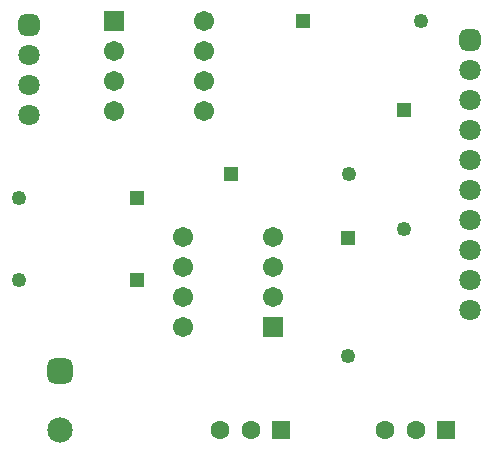
<source format=gbr>
%TF.GenerationSoftware,Altium Limited,Altium Designer,24.10.1 (45)*%
G04 Layer_Color=8388736*
%FSLAX45Y45*%
%MOMM*%
%TF.SameCoordinates,5D496F93-7052-41A5-B1B5-48F2770EFFD0*%
%TF.FilePolarity,Negative*%
%TF.FileFunction,Soldermask,Top*%
%TF.Part,Single*%
G01*
G75*
%TA.AperFunction,ComponentPad*%
%ADD15R,1.25000X1.25000*%
%ADD16C,1.25000*%
%ADD21R,1.25000X1.25000*%
%ADD26C,1.80320*%
G04:AMPARAMS|DCode=27|XSize=1.8032mm|YSize=1.8032mm|CornerRadius=0.5016mm|HoleSize=0mm|Usage=FLASHONLY|Rotation=270.000|XOffset=0mm|YOffset=0mm|HoleType=Round|Shape=RoundedRectangle|*
%AMROUNDEDRECTD27*
21,1,1.80320,0.80000,0,0,270.0*
21,1,0.80000,1.80320,0,0,270.0*
1,1,1.00320,-0.40000,-0.40000*
1,1,1.00320,-0.40000,0.40000*
1,1,1.00320,0.40000,0.40000*
1,1,1.00320,0.40000,-0.40000*
%
%ADD27ROUNDEDRECTD27*%
G04:AMPARAMS|DCode=28|XSize=2.1532mm|YSize=2.1532mm|CornerRadius=0.5891mm|HoleSize=0mm|Usage=FLASHONLY|Rotation=270.000|XOffset=0mm|YOffset=0mm|HoleType=Round|Shape=RoundedRectangle|*
%AMROUNDEDRECTD28*
21,1,2.15320,0.97500,0,0,270.0*
21,1,0.97500,2.15320,0,0,270.0*
1,1,1.17820,-0.48750,-0.48750*
1,1,1.17820,-0.48750,0.48750*
1,1,1.17820,0.48750,0.48750*
1,1,1.17820,0.48750,-0.48750*
%
%ADD28ROUNDEDRECTD28*%
%ADD29C,2.15320*%
%ADD30R,1.60320X1.60320*%
%ADD31C,1.60320*%
%ADD32C,1.70320*%
%ADD33R,1.70320X1.70320*%
D15*
X1147700Y2273300D02*
D03*
X1938400Y2476500D02*
D03*
X2548000Y3771900D02*
D03*
X1147700Y1574800D02*
D03*
D16*
X147700Y2273300D02*
D03*
X2938400Y2476500D02*
D03*
X2933700Y935100D02*
D03*
X3548000Y3771900D02*
D03*
X147700Y1574800D02*
D03*
X3403600Y2014600D02*
D03*
D21*
X2933700Y1935100D02*
D03*
X3403600Y3014600D02*
D03*
D26*
X228600Y2971800D02*
D03*
Y3225800D02*
D03*
Y3479800D02*
D03*
X3962400Y1828800D02*
D03*
Y2082800D02*
D03*
Y2590800D02*
D03*
Y3098800D02*
D03*
Y3352800D02*
D03*
Y2844800D02*
D03*
Y2336800D02*
D03*
Y1574800D02*
D03*
Y1320800D02*
D03*
D27*
X228600Y3733800D02*
D03*
X3962400Y3606800D02*
D03*
D28*
X495300Y804799D02*
D03*
D29*
Y304800D02*
D03*
D30*
X3765200D02*
D03*
X2368200D02*
D03*
D31*
X3245200D02*
D03*
X3505200D02*
D03*
X1848200D02*
D03*
X2108200D02*
D03*
D32*
X1536700Y1943100D02*
D03*
Y1689100D02*
D03*
Y1435100D02*
D03*
Y1181100D02*
D03*
X2298700Y1943100D02*
D03*
Y1689100D02*
D03*
Y1435100D02*
D03*
X1714500Y3009900D02*
D03*
Y3263900D02*
D03*
Y3517900D02*
D03*
Y3771900D02*
D03*
X952500Y3009900D02*
D03*
Y3263900D02*
D03*
Y3517900D02*
D03*
D33*
X2298700Y1181100D02*
D03*
X952500Y3771900D02*
D03*
%TF.MD5,c460f66c7a8a011784730b1021633291*%
M02*

</source>
